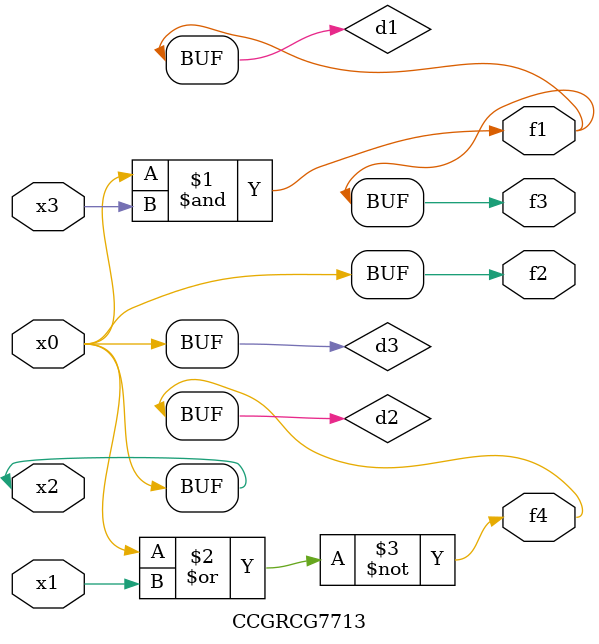
<source format=v>
module CCGRCG7713(
	input x0, x1, x2, x3,
	output f1, f2, f3, f4
);

	wire d1, d2, d3;

	and (d1, x2, x3);
	nor (d2, x0, x1);
	buf (d3, x0, x2);
	assign f1 = d1;
	assign f2 = d3;
	assign f3 = d1;
	assign f4 = d2;
endmodule

</source>
